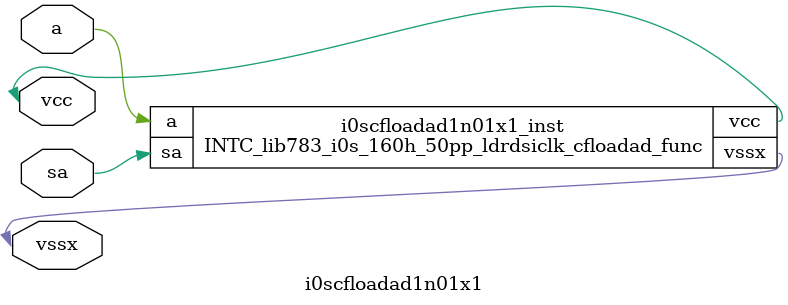
<source format=v>


`ifdef INTCNOPWR
`else
      `define POWER_AWARE_MODE
`endif

`ifdef functional
      `define FUNCTIONAL
`endif



`timescale 1ps/1ps


`ifdef FUNCTIONAL
  `define glsdelay 1
  `ifdef no_unit_delay
          `define cell_delay_value
          `define seq_delay_value
          `define clkcell_delay_value
          `define clkseq_delay_value
  `elsif seq_unit_delay
          `define cell_delay_value
          `define seq_delay_value #1
          `define clkcell_delay_value
          `define clkseq_delay_value #1
  `elsif parameterized_delay
          `define cell_delay_value #(glsdelay)
          `define seq_delay_value #(glsdelay)
          `define clkcell_delay_value #(glsdelay)
          `define clkseq_delay_value #(glsdelay)
  `else   
          `define cell_delay_value #1
          `define seq_delay_value #1
          `define clkcell_delay_value #1
          `define clkseq_delay_value #1
  `endif
  `ifdef clk_no_delay
          `define clkcell_delay_value
          `define clkseq_delay_value
  `endif
`endif

  
`ifdef FUNCTIONAL
  `endif






`celldefine 


module INTC_lib783_i0s_160h_50pp_ldrdsiclk_cfloadad_func( a, sa `ifdef POWER_AWARE_MODE , vcc, vssx `endif );
   input a, sa;
`ifdef POWER_AWARE_MODE
   inout  vcc;
   inout  vssx;
`endif

`ifdef POWER_AWARE_MODE
`else
`endif

endmodule
`endcelldefine 




`celldefine 


module i0scfloadad1n01x1( a, sa `ifdef POWER_AWARE_MODE , vcc, vssx `endif );

// 
// fine dload with enable control
// 
// 
// 

   input a, sa;
`ifdef POWER_AWARE_MODE
   (* pg_type = "primary_power" *) inout vcc;
   (* pg_type = "primary_ground" *) inout vssx;
`endif

`ifdef FUNCTIONAL  //  functional //
   `ifdef POWER_AWARE_MODE
      INTC_lib783_i0s_160h_50pp_ldrdsiclk_cfloadad_func i0scfloadad1n01x1_behav_inst(.a(a),.sa(sa),.vcc(vcc),.vssx(vssx));
   `else
      INTC_lib783_i0s_160h_50pp_ldrdsiclk_cfloadad_func i0scfloadad1n01x1_behav_inst(.a(a),.sa(sa));
      
   `endif
   
`else
   
   `ifdef POWER_AWARE_MODE
      INTC_lib783_i0s_160h_50pp_ldrdsiclk_cfloadad_func i0scfloadad1n01x1_inst(.a(a),.sa(sa),.vcc(vcc),.vssx(vssx));
   `else
      INTC_lib783_i0s_160h_50pp_ldrdsiclk_cfloadad_func i0scfloadad1n01x1_inst(.a(a),.sa(sa));
   `endif
   
   // spec_gates_begin
   // spec_gates_end
   specify


   // specify_block_begin
      
   // specify_block_end 
   endspecify

`endif 


endmodule
`endcelldefine 





</source>
